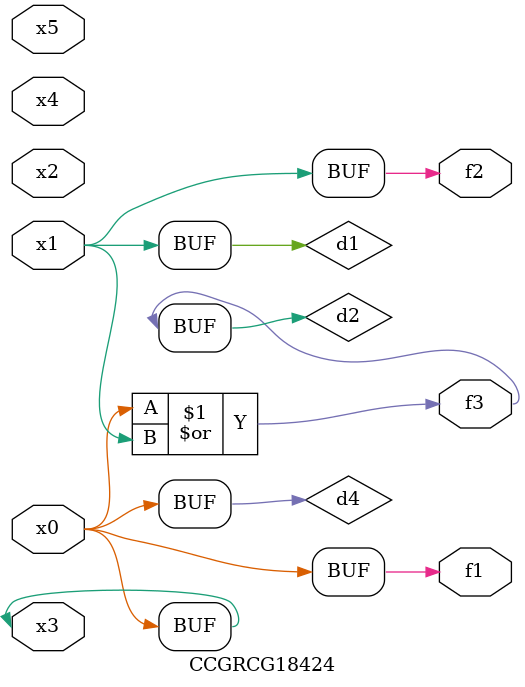
<source format=v>
module CCGRCG18424(
	input x0, x1, x2, x3, x4, x5,
	output f1, f2, f3
);

	wire d1, d2, d3, d4;

	and (d1, x1);
	or (d2, x0, x1);
	nand (d3, x0, x5);
	buf (d4, x0, x3);
	assign f1 = d4;
	assign f2 = d1;
	assign f3 = d2;
endmodule

</source>
